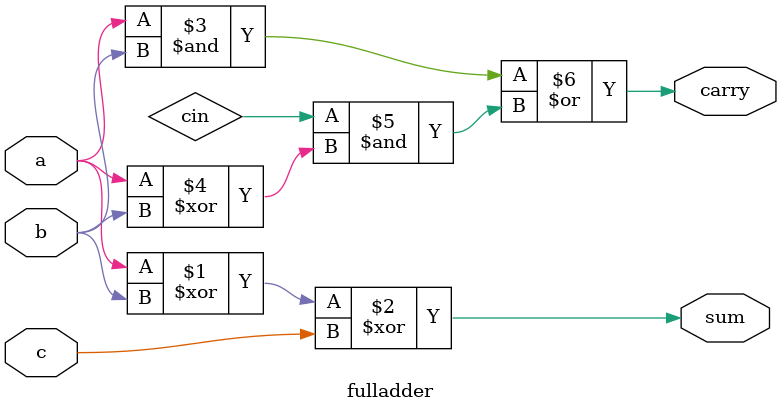
<source format=v>
`timescale 1ns / 1ps

module fulladder(
    input a,
    input b,
    input c,
    output sum,
    output carry
    );
    assign sum = (a^b^c);
    assign carry = (a&b) | cin&(a^b);
endmodule

</source>
